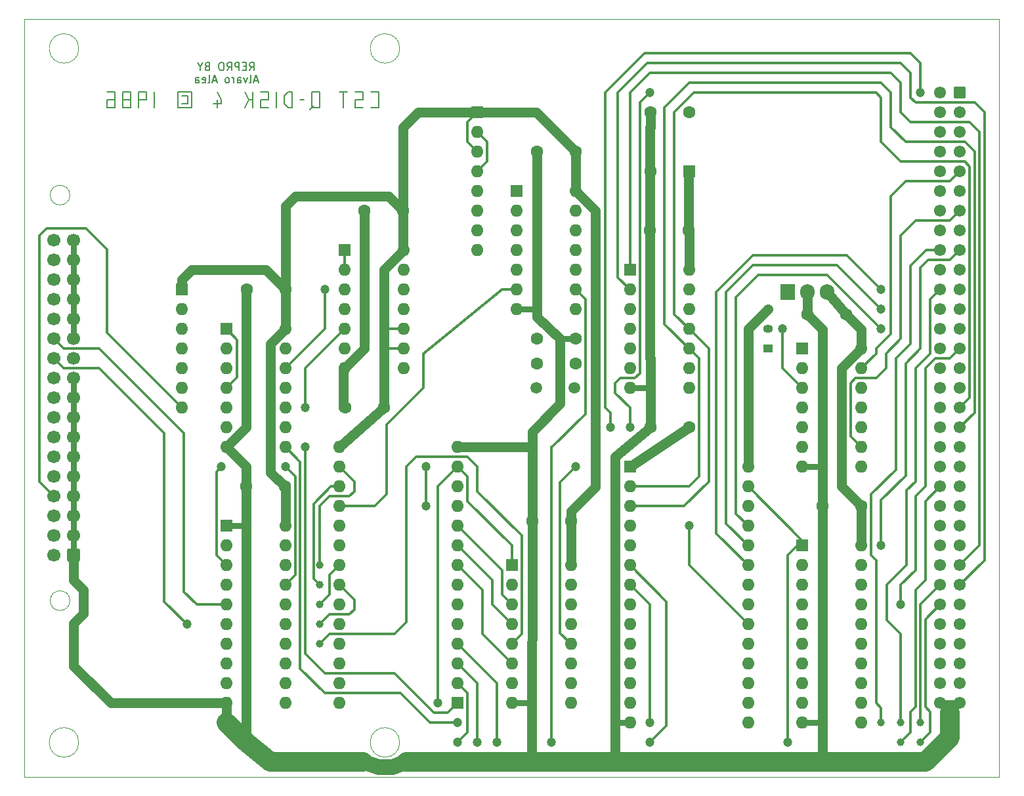
<source format=gbr>
%TF.GenerationSoftware,KiCad,Pcbnew,7.0.5-4d25ed1034~172~ubuntu22.04.1*%
%TF.CreationDate,2023-06-16T17:29:37+02:00*%
%TF.ProjectId,qdisk_v4,71646973-6b5f-4763-942e-6b696361645f,00*%
%TF.SameCoordinates,Original*%
%TF.FileFunction,Copper,L2,Bot*%
%TF.FilePolarity,Positive*%
%FSLAX46Y46*%
G04 Gerber Fmt 4.6, Leading zero omitted, Abs format (unit mm)*
G04 Created by KiCad (PCBNEW 7.0.5-4d25ed1034~172~ubuntu22.04.1) date 2023-06-16 17:29:37*
%MOMM*%
%LPD*%
G01*
G04 APERTURE LIST*
G04 Aperture macros list*
%AMRoundRect*
0 Rectangle with rounded corners*
0 $1 Rounding radius*
0 $2 $3 $4 $5 $6 $7 $8 $9 X,Y pos of 4 corners*
0 Add a 4 corners polygon primitive as box body*
4,1,4,$2,$3,$4,$5,$6,$7,$8,$9,$2,$3,0*
0 Add four circle primitives for the rounded corners*
1,1,$1+$1,$2,$3*
1,1,$1+$1,$4,$5*
1,1,$1+$1,$6,$7*
1,1,$1+$1,$8,$9*
0 Add four rect primitives between the rounded corners*
20,1,$1+$1,$2,$3,$4,$5,0*
20,1,$1+$1,$4,$5,$6,$7,0*
20,1,$1+$1,$6,$7,$8,$9,0*
20,1,$1+$1,$8,$9,$2,$3,0*%
G04 Aperture macros list end*
%TA.AperFunction,NonConductor*%
%ADD10C,0.200000*%
%TD*%
%ADD11C,0.150000*%
%TA.AperFunction,NonConductor*%
%ADD12C,0.150000*%
%TD*%
%TA.AperFunction,ComponentPad*%
%ADD13C,1.550000*%
%TD*%
%TA.AperFunction,ComponentPad*%
%ADD14RoundRect,0.249999X0.525001X-0.525001X0.525001X0.525001X-0.525001X0.525001X-0.525001X-0.525001X0*%
%TD*%
%TA.AperFunction,ComponentPad*%
%ADD15R,1.905000X2.000000*%
%TD*%
%TA.AperFunction,ComponentPad*%
%ADD16O,1.905000X2.000000*%
%TD*%
%TA.AperFunction,ComponentPad*%
%ADD17C,1.600000*%
%TD*%
%TA.AperFunction,ComponentPad*%
%ADD18R,1.600000X1.600000*%
%TD*%
%TA.AperFunction,ComponentPad*%
%ADD19O,1.600000X1.600000*%
%TD*%
%TA.AperFunction,ComponentPad*%
%ADD20C,1.500000*%
%TD*%
%TA.AperFunction,ComponentPad*%
%ADD21RoundRect,0.250000X0.600000X0.600000X-0.600000X0.600000X-0.600000X-0.600000X0.600000X-0.600000X0*%
%TD*%
%TA.AperFunction,ComponentPad*%
%ADD22C,1.700000*%
%TD*%
%TA.AperFunction,ComponentPad*%
%ADD23R,1.300000X1.050000*%
%TD*%
%TA.AperFunction,ComponentPad*%
%ADD24O,1.300000X1.050000*%
%TD*%
%TA.AperFunction,ViaPad*%
%ADD25C,1.200000*%
%TD*%
%TA.AperFunction,ViaPad*%
%ADD26C,1.000000*%
%TD*%
%TA.AperFunction,Conductor*%
%ADD27C,1.270000*%
%TD*%
%TA.AperFunction,Conductor*%
%ADD28C,0.750000*%
%TD*%
%TA.AperFunction,Conductor*%
%ADD29C,2.000000*%
%TD*%
%TA.AperFunction,Conductor*%
%ADD30C,2.540000*%
%TD*%
%TA.AperFunction,Conductor*%
%ADD31C,0.350000*%
%TD*%
%TA.AperFunction,Profile*%
%ADD32C,0.050000*%
%TD*%
G04 APERTURE END LIST*
D10*
X115570000Y-55372000D02*
X114554000Y-55372000D01*
X84582000Y-56388000D02*
X84582000Y-55372000D01*
X105918000Y-56388000D02*
X105410000Y-55880000D01*
X82550000Y-56388000D02*
X83566000Y-56388000D01*
X96774000Y-55372000D02*
X96774000Y-56388000D01*
X106426000Y-56388000D02*
X105918000Y-56388000D01*
X109220000Y-56134000D02*
X108712000Y-56642000D01*
X91694000Y-54356000D02*
X91694000Y-56388000D01*
X105410000Y-55880000D02*
X105410000Y-54864000D01*
X91694000Y-56388000D02*
X93472000Y-56388000D01*
X93472000Y-54356000D02*
X91694000Y-54356000D01*
X117602000Y-54356000D02*
X117602000Y-56388000D01*
X103378000Y-54356000D02*
X103378000Y-55372000D01*
X114554000Y-55372000D02*
X114554000Y-56388000D01*
X113538000Y-54356000D02*
X112522000Y-54356000D01*
X109982000Y-54356000D02*
X109982000Y-56388000D01*
X117602000Y-56388000D02*
X116586000Y-56388000D01*
X86614000Y-54356000D02*
X86614000Y-56388000D01*
X84582000Y-54356000D02*
X85598000Y-54356000D01*
X114554000Y-54356000D02*
X115570000Y-54356000D01*
X83566000Y-56388000D02*
X83566000Y-54356000D01*
X105410000Y-54864000D02*
X105918000Y-54356000D01*
X101346000Y-54356000D02*
X101346000Y-56388000D01*
X97282000Y-55372000D02*
X96774000Y-54356000D01*
X114554000Y-56388000D02*
X115570000Y-56388000D01*
X87630000Y-55372000D02*
X87630000Y-54356000D01*
X104394000Y-54356000D02*
X104394000Y-56388000D01*
X115570000Y-54356000D02*
X115570000Y-55372000D01*
X96266000Y-55880000D02*
X97282000Y-55880000D01*
X97282000Y-55880000D02*
X97282000Y-55372000D01*
X102362000Y-56388000D02*
X103378000Y-56388000D01*
X86614000Y-55372000D02*
X87630000Y-55372000D01*
X83566000Y-55372000D02*
X82550000Y-55372000D01*
X116586000Y-54356000D02*
X117602000Y-54356000D01*
X109982000Y-56388000D02*
X108966000Y-56388000D01*
X85598000Y-55372000D02*
X84582000Y-55372000D01*
X92964000Y-55880000D02*
X92964000Y-54864000D01*
X87630000Y-54356000D02*
X86614000Y-54356000D01*
X85598000Y-54356000D02*
X85598000Y-56388000D01*
X92202000Y-55880000D02*
X92964000Y-55880000D01*
X93472000Y-56388000D02*
X93472000Y-54356000D01*
X100838000Y-55372000D02*
X100330000Y-54356000D01*
X101346000Y-55372000D02*
X100838000Y-55372000D01*
X85598000Y-56388000D02*
X84582000Y-56388000D01*
X100838000Y-55372000D02*
X100330000Y-56388000D01*
X102362000Y-55372000D02*
X102362000Y-56388000D01*
X88646000Y-56388000D02*
X88646000Y-54356000D01*
X107442000Y-55372000D02*
X107950000Y-55372000D01*
X83566000Y-54356000D02*
X82550000Y-54356000D01*
X113030000Y-54356000D02*
X113030000Y-56388000D01*
X105918000Y-54356000D02*
X106426000Y-54356000D01*
X84582000Y-55372000D02*
X84582000Y-54356000D01*
X103378000Y-55372000D02*
X102362000Y-55372000D01*
X92964000Y-54864000D02*
X92202000Y-54864000D01*
X108966000Y-56388000D02*
X108966000Y-54356000D01*
X106426000Y-54356000D02*
X106426000Y-56388000D01*
X82550000Y-55372000D02*
X82550000Y-56388000D01*
X102362000Y-54356000D02*
X103378000Y-54356000D01*
X108966000Y-54356000D02*
X109982000Y-54356000D01*
D11*
D12*
X100893190Y-51592819D02*
X101226523Y-51116628D01*
X101464618Y-51592819D02*
X101464618Y-50592819D01*
X101464618Y-50592819D02*
X101083666Y-50592819D01*
X101083666Y-50592819D02*
X100988428Y-50640438D01*
X100988428Y-50640438D02*
X100940809Y-50688057D01*
X100940809Y-50688057D02*
X100893190Y-50783295D01*
X100893190Y-50783295D02*
X100893190Y-50926152D01*
X100893190Y-50926152D02*
X100940809Y-51021390D01*
X100940809Y-51021390D02*
X100988428Y-51069009D01*
X100988428Y-51069009D02*
X101083666Y-51116628D01*
X101083666Y-51116628D02*
X101464618Y-51116628D01*
X100464618Y-51069009D02*
X100131285Y-51069009D01*
X99988428Y-51592819D02*
X100464618Y-51592819D01*
X100464618Y-51592819D02*
X100464618Y-50592819D01*
X100464618Y-50592819D02*
X99988428Y-50592819D01*
X99559856Y-51592819D02*
X99559856Y-50592819D01*
X99559856Y-50592819D02*
X99178904Y-50592819D01*
X99178904Y-50592819D02*
X99083666Y-50640438D01*
X99083666Y-50640438D02*
X99036047Y-50688057D01*
X99036047Y-50688057D02*
X98988428Y-50783295D01*
X98988428Y-50783295D02*
X98988428Y-50926152D01*
X98988428Y-50926152D02*
X99036047Y-51021390D01*
X99036047Y-51021390D02*
X99083666Y-51069009D01*
X99083666Y-51069009D02*
X99178904Y-51116628D01*
X99178904Y-51116628D02*
X99559856Y-51116628D01*
X97988428Y-51592819D02*
X98321761Y-51116628D01*
X98559856Y-51592819D02*
X98559856Y-50592819D01*
X98559856Y-50592819D02*
X98178904Y-50592819D01*
X98178904Y-50592819D02*
X98083666Y-50640438D01*
X98083666Y-50640438D02*
X98036047Y-50688057D01*
X98036047Y-50688057D02*
X97988428Y-50783295D01*
X97988428Y-50783295D02*
X97988428Y-50926152D01*
X97988428Y-50926152D02*
X98036047Y-51021390D01*
X98036047Y-51021390D02*
X98083666Y-51069009D01*
X98083666Y-51069009D02*
X98178904Y-51116628D01*
X98178904Y-51116628D02*
X98559856Y-51116628D01*
X97369380Y-50592819D02*
X97178904Y-50592819D01*
X97178904Y-50592819D02*
X97083666Y-50640438D01*
X97083666Y-50640438D02*
X96988428Y-50735676D01*
X96988428Y-50735676D02*
X96940809Y-50926152D01*
X96940809Y-50926152D02*
X96940809Y-51259485D01*
X96940809Y-51259485D02*
X96988428Y-51449961D01*
X96988428Y-51449961D02*
X97083666Y-51545200D01*
X97083666Y-51545200D02*
X97178904Y-51592819D01*
X97178904Y-51592819D02*
X97369380Y-51592819D01*
X97369380Y-51592819D02*
X97464618Y-51545200D01*
X97464618Y-51545200D02*
X97559856Y-51449961D01*
X97559856Y-51449961D02*
X97607475Y-51259485D01*
X97607475Y-51259485D02*
X97607475Y-50926152D01*
X97607475Y-50926152D02*
X97559856Y-50735676D01*
X97559856Y-50735676D02*
X97464618Y-50640438D01*
X97464618Y-50640438D02*
X97369380Y-50592819D01*
X95416999Y-51069009D02*
X95274142Y-51116628D01*
X95274142Y-51116628D02*
X95226523Y-51164247D01*
X95226523Y-51164247D02*
X95178904Y-51259485D01*
X95178904Y-51259485D02*
X95178904Y-51402342D01*
X95178904Y-51402342D02*
X95226523Y-51497580D01*
X95226523Y-51497580D02*
X95274142Y-51545200D01*
X95274142Y-51545200D02*
X95369380Y-51592819D01*
X95369380Y-51592819D02*
X95750332Y-51592819D01*
X95750332Y-51592819D02*
X95750332Y-50592819D01*
X95750332Y-50592819D02*
X95416999Y-50592819D01*
X95416999Y-50592819D02*
X95321761Y-50640438D01*
X95321761Y-50640438D02*
X95274142Y-50688057D01*
X95274142Y-50688057D02*
X95226523Y-50783295D01*
X95226523Y-50783295D02*
X95226523Y-50878533D01*
X95226523Y-50878533D02*
X95274142Y-50973771D01*
X95274142Y-50973771D02*
X95321761Y-51021390D01*
X95321761Y-51021390D02*
X95416999Y-51069009D01*
X95416999Y-51069009D02*
X95750332Y-51069009D01*
X94559856Y-51116628D02*
X94559856Y-51592819D01*
X94893189Y-50592819D02*
X94559856Y-51116628D01*
X94559856Y-51116628D02*
X94226523Y-50592819D01*
X101964619Y-52917104D02*
X101488429Y-52917104D01*
X102059857Y-53202819D02*
X101726524Y-52202819D01*
X101726524Y-52202819D02*
X101393191Y-53202819D01*
X100917000Y-53202819D02*
X101012238Y-53155200D01*
X101012238Y-53155200D02*
X101059857Y-53059961D01*
X101059857Y-53059961D02*
X101059857Y-52202819D01*
X100631285Y-52536152D02*
X100393190Y-53202819D01*
X100393190Y-53202819D02*
X100155095Y-52536152D01*
X99345571Y-53202819D02*
X99345571Y-52679009D01*
X99345571Y-52679009D02*
X99393190Y-52583771D01*
X99393190Y-52583771D02*
X99488428Y-52536152D01*
X99488428Y-52536152D02*
X99678904Y-52536152D01*
X99678904Y-52536152D02*
X99774142Y-52583771D01*
X99345571Y-53155200D02*
X99440809Y-53202819D01*
X99440809Y-53202819D02*
X99678904Y-53202819D01*
X99678904Y-53202819D02*
X99774142Y-53155200D01*
X99774142Y-53155200D02*
X99821761Y-53059961D01*
X99821761Y-53059961D02*
X99821761Y-52964723D01*
X99821761Y-52964723D02*
X99774142Y-52869485D01*
X99774142Y-52869485D02*
X99678904Y-52821866D01*
X99678904Y-52821866D02*
X99440809Y-52821866D01*
X99440809Y-52821866D02*
X99345571Y-52774247D01*
X98869380Y-53202819D02*
X98869380Y-52536152D01*
X98869380Y-52726628D02*
X98821761Y-52631390D01*
X98821761Y-52631390D02*
X98774142Y-52583771D01*
X98774142Y-52583771D02*
X98678904Y-52536152D01*
X98678904Y-52536152D02*
X98583666Y-52536152D01*
X98107475Y-53202819D02*
X98202713Y-53155200D01*
X98202713Y-53155200D02*
X98250332Y-53107580D01*
X98250332Y-53107580D02*
X98297951Y-53012342D01*
X98297951Y-53012342D02*
X98297951Y-52726628D01*
X98297951Y-52726628D02*
X98250332Y-52631390D01*
X98250332Y-52631390D02*
X98202713Y-52583771D01*
X98202713Y-52583771D02*
X98107475Y-52536152D01*
X98107475Y-52536152D02*
X97964618Y-52536152D01*
X97964618Y-52536152D02*
X97869380Y-52583771D01*
X97869380Y-52583771D02*
X97821761Y-52631390D01*
X97821761Y-52631390D02*
X97774142Y-52726628D01*
X97774142Y-52726628D02*
X97774142Y-53012342D01*
X97774142Y-53012342D02*
X97821761Y-53107580D01*
X97821761Y-53107580D02*
X97869380Y-53155200D01*
X97869380Y-53155200D02*
X97964618Y-53202819D01*
X97964618Y-53202819D02*
X98107475Y-53202819D01*
X96631284Y-52917104D02*
X96155094Y-52917104D01*
X96726522Y-53202819D02*
X96393189Y-52202819D01*
X96393189Y-52202819D02*
X96059856Y-53202819D01*
X95583665Y-53202819D02*
X95678903Y-53155200D01*
X95678903Y-53155200D02*
X95726522Y-53059961D01*
X95726522Y-53059961D02*
X95726522Y-52202819D01*
X94821760Y-53155200D02*
X94916998Y-53202819D01*
X94916998Y-53202819D02*
X95107474Y-53202819D01*
X95107474Y-53202819D02*
X95202712Y-53155200D01*
X95202712Y-53155200D02*
X95250331Y-53059961D01*
X95250331Y-53059961D02*
X95250331Y-52679009D01*
X95250331Y-52679009D02*
X95202712Y-52583771D01*
X95202712Y-52583771D02*
X95107474Y-52536152D01*
X95107474Y-52536152D02*
X94916998Y-52536152D01*
X94916998Y-52536152D02*
X94821760Y-52583771D01*
X94821760Y-52583771D02*
X94774141Y-52679009D01*
X94774141Y-52679009D02*
X94774141Y-52774247D01*
X94774141Y-52774247D02*
X95250331Y-52869485D01*
X93916998Y-53202819D02*
X93916998Y-52679009D01*
X93916998Y-52679009D02*
X93964617Y-52583771D01*
X93964617Y-52583771D02*
X94059855Y-52536152D01*
X94059855Y-52536152D02*
X94250331Y-52536152D01*
X94250331Y-52536152D02*
X94345569Y-52583771D01*
X93916998Y-53155200D02*
X94012236Y-53202819D01*
X94012236Y-53202819D02*
X94250331Y-53202819D01*
X94250331Y-53202819D02*
X94345569Y-53155200D01*
X94345569Y-53155200D02*
X94393188Y-53059961D01*
X94393188Y-53059961D02*
X94393188Y-52964723D01*
X94393188Y-52964723D02*
X94345569Y-52869485D01*
X94345569Y-52869485D02*
X94250331Y-52821866D01*
X94250331Y-52821866D02*
X94012236Y-52821866D01*
X94012236Y-52821866D02*
X93916998Y-52774247D01*
D13*
%TO.P,J1,b32,GND*%
%TO.N,GND*%
X189992000Y-133223000D03*
%TO.P,J1,b31,D2*%
%TO.N,/Dc2*%
X189992000Y-130683000D03*
%TO.P,J1,b30,D1*%
%TO.N,/Dc1*%
X189992000Y-128143000D03*
%TO.P,J1,b29,D0*%
%TO.N,/Dc0*%
X189992000Y-125603000D03*
%TO.P,J1,b28,~{AS}*%
%TO.N,unconnected-(J1-~{AS}-Padb28)*%
X189992000Y-123063000D03*
%TO.P,J1,b27,~{DS}*%
%TO.N,/DS*%
X189992000Y-120523000D03*
%TO.P,J1,b26,~{DRW}*%
%TO.N,/RW*%
X189992000Y-117983000D03*
%TO.P,J1,b25,~{DTACK}*%
%TO.N,/DTACKL*%
X189992000Y-115443000D03*
%TO.P,J1,b24,~{BG}*%
%TO.N,unconnected-(J1-~{BG}-Padb24)*%
X189992000Y-112903000D03*
%TO.P,J1,b23,~{BR}*%
%TO.N,unconnected-(J1-~{BR}-Padb23)*%
X189992000Y-110363000D03*
%TO.P,J1,b22,A15*%
%TO.N,/A15*%
X189992000Y-107823000D03*
%TO.P,J1,b21,~{RESETCPU}*%
%TO.N,/RESET*%
X189992000Y-105283000D03*
%TO.P,J1,b20,~{CSYNC}*%
%TO.N,unconnected-(J1-~{CSYNC}-Padb20)*%
X189992000Y-102743000D03*
%TO.P,J1,b19,E*%
%TO.N,unconnected-(J1-E-Padb19)*%
X189992000Y-100203000D03*
%TO.P,J1,b18,VSYNCH*%
%TO.N,unconnected-(J1-VSYNCH-Padb18)*%
X189992000Y-97663000D03*
%TO.P,J1,b17,~{VPA}*%
%TO.N,unconnected-(J1-~{VPA}-Padb17)*%
X189992000Y-95123000D03*
%TO.P,J1,b16,GREEN*%
%TO.N,unconnected-(J1-GREEN-Padb16)*%
X189992000Y-92583000D03*
%TO.P,J1,b15,BLUE*%
%TO.N,unconnected-(J1-BLUE-Padb15)*%
X189992000Y-90043000D03*
%TO.P,J1,b14,FC2*%
%TO.N,unconnected-(J1-FC2-Padb14)*%
X189992000Y-87503000D03*
%TO.P,J1,b13,FC1*%
%TO.N,unconnected-(J1-FC1-Padb13)*%
X189992000Y-84963000D03*
%TO.P,J1,b12,FC0*%
%TO.N,unconnected-(J1-FC0-Padb12)*%
X189992000Y-82423000D03*
%TO.P,J1,b11,A0*%
%TO.N,/A0*%
X189992000Y-79883000D03*
%TO.P,J1,b10,ROMOEH*%
%TO.N,unconnected-(J1-ROMOEH-Padb10)*%
X189992000Y-77343000D03*
%TO.P,J1,b9,G9*%
%TO.N,/A1*%
X189992000Y-74803000D03*
%TO.P,J1,b8,A2*%
%TO.N,/A2*%
X189992000Y-72263000D03*
%TO.P,J1,b7,SP3*%
%TO.N,/SP3*%
X189992000Y-69723000D03*
%TO.P,J1,b6,~{IPLO}*%
%TO.N,unconnected-(J1-~{IPLO}-Padb6)*%
X189992000Y-67183000D03*
%TO.P,J1,b5,~{BERR}*%
%TO.N,unconnected-(J1-~{BERR}-Padb5)*%
X189992000Y-64643000D03*
%TO.P,J1,b4,~{IPL1}*%
%TO.N,unconnected-(J1-~{IPL1}-Padb4)*%
X189992000Y-62103000D03*
%TO.P,J1,b3,~{EXTINT}*%
%TO.N,unconnected-(J1-~{EXTINT}-Padb3)*%
X189992000Y-59563000D03*
%TO.P,J1,b2,Vin*%
%TO.N,+9V*%
X189992000Y-57023000D03*
%TO.P,J1,b1,Vin*%
X189992000Y-54483000D03*
%TO.P,J1,a32,GND*%
%TO.N,GND*%
X192532000Y-133223000D03*
%TO.P,J1,a31,D3*%
%TO.N,/Dc3*%
X192532000Y-130683000D03*
%TO.P,J1,a30,D4*%
%TO.N,/Dc4*%
X192532000Y-128143000D03*
%TO.P,J1,a29,D5*%
%TO.N,/Dc5*%
X192532000Y-125603000D03*
%TO.P,J1,a28,D6*%
%TO.N,/Dc6*%
X192532000Y-123063000D03*
%TO.P,J1,a27,D7*%
%TO.N,/Dc7*%
X192532000Y-120523000D03*
%TO.P,J1,a26,A19*%
%TO.N,/A19*%
X192532000Y-117983000D03*
%TO.P,J1,a25,A18*%
%TO.N,/A18*%
X192532000Y-115443000D03*
%TO.P,J1,a24,A17*%
%TO.N,/A17*%
X192532000Y-112903000D03*
%TO.P,J1,a23,A16*%
%TO.N,/A16*%
X192532000Y-110363000D03*
%TO.P,J1,a22,CLKCPU*%
%TO.N,unconnected-(J1-CLKCPU-Pada22)*%
X192532000Y-107823000D03*
%TO.P,J1,a21,RED*%
%TO.N,unconnected-(J1-RED-Pada21)*%
X192532000Y-105283000D03*
%TO.P,J1,a20,A14*%
%TO.N,/A14*%
X192532000Y-102743000D03*
%TO.P,J1,a19,A13*%
%TO.N,/A13*%
X192532000Y-100203000D03*
%TO.P,J1,a18,A12*%
%TO.N,/A12*%
X192532000Y-97663000D03*
%TO.P,J1,a17,A11*%
%TO.N,/A11*%
X192532000Y-95123000D03*
%TO.P,J1,a16,A10*%
%TO.N,/A10*%
X192532000Y-92583000D03*
%TO.P,J1,a15,A9*%
%TO.N,/A9*%
X192532000Y-90043000D03*
%TO.P,J1,a14,A8*%
%TO.N,/A8*%
X192532000Y-87503000D03*
%TO.P,J1,a13,A7*%
%TO.N,/A7*%
X192532000Y-84963000D03*
%TO.P,J1,a12,A6*%
%TO.N,/A6*%
X192532000Y-82423000D03*
%TO.P,J1,a11,A5*%
%TO.N,/A5*%
X192532000Y-79883000D03*
%TO.P,J1,a10,A4*%
%TO.N,/A4*%
X192532000Y-77343000D03*
%TO.P,J1,a9,A3*%
%TO.N,/A3*%
X192532000Y-74803000D03*
%TO.P,J1,a8,~{DBG}*%
%TO.N,unconnected-(J1-~{DBG}-Pada8)*%
X192532000Y-72263000D03*
%TO.P,J1,a7,SP2*%
%TO.N,/SP2*%
X192532000Y-69723000D03*
%TO.P,J1,a6,~{DSMC}*%
%TO.N,/DSMC*%
X192532000Y-67183000D03*
%TO.P,J1,a5,SP1*%
%TO.N,/SP1*%
X192532000Y-64643000D03*
%TO.P,J1,a4,SP0*%
%TO.N,/SP0*%
X192532000Y-62103000D03*
%TO.P,J1,a3,+12V*%
%TO.N,unconnected-(J1-+12V-Pada3)*%
X192532000Y-59563000D03*
%TO.P,J1,a2,-12V*%
%TO.N,unconnected-(J1--12V-Pada2)*%
X192532000Y-57023000D03*
D14*
%TO.P,J1,a1,Vin*%
%TO.N,+9V*%
X192532000Y-54483000D03*
%TD*%
D15*
%TO.P,U1,1,VI*%
%TO.N,+9V*%
X170307000Y-80223000D03*
D16*
%TO.P,U1,2,GND*%
%TO.N,GND*%
X172847000Y-80223000D03*
%TO.P,U1,3,VO*%
%TO.N,+5V*%
X175387000Y-80223000D03*
%TD*%
D17*
%TO.P,C6,1*%
%TO.N,+5V*%
X157607000Y-97663000D03*
%TO.P,C6,2*%
%TO.N,GND*%
X152607000Y-97663000D03*
%TD*%
%TO.P,C3,1*%
%TO.N,+9V*%
X157607000Y-57023000D03*
%TO.P,C3,2*%
%TO.N,GND*%
X152607000Y-57023000D03*
%TD*%
D18*
%TO.P,U9,1,VPP*%
%TO.N,+5V*%
X149987000Y-102743000D03*
D19*
%TO.P,U9,2,A12*%
%TO.N,/A12*%
X149987000Y-105283000D03*
%TO.P,U9,3,A7*%
%TO.N,/A11*%
X149987000Y-107823000D03*
%TO.P,U9,4,A6*%
%TO.N,/A4*%
X149987000Y-110363000D03*
%TO.P,U9,5,A5*%
%TO.N,/A2*%
X149987000Y-112903000D03*
%TO.P,U9,6,A4*%
%TO.N,/A0*%
X149987000Y-115443000D03*
%TO.P,U9,7,A3*%
%TO.N,/A1*%
X149987000Y-117983000D03*
%TO.P,U9,8,A2*%
%TO.N,/A3*%
X149987000Y-120523000D03*
%TO.P,U9,9,A1*%
%TO.N,/A9*%
X149987000Y-123063000D03*
%TO.P,U9,10,A0*%
%TO.N,/A8*%
X149987000Y-125603000D03*
%TO.P,U9,11,D0*%
%TO.N,/D0*%
X149987000Y-128143000D03*
%TO.P,U9,12,D1*%
%TO.N,/D1*%
X149987000Y-130683000D03*
%TO.P,U9,13,D2*%
%TO.N,/D2*%
X149987000Y-133223000D03*
%TO.P,U9,14,GND*%
%TO.N,GND*%
X149987000Y-135763000D03*
%TO.P,U9,15,D3*%
%TO.N,/D3*%
X165227000Y-135763000D03*
%TO.P,U9,16,D4*%
%TO.N,/D4*%
X165227000Y-133223000D03*
%TO.P,U9,17,D5*%
%TO.N,/D5*%
X165227000Y-130683000D03*
%TO.P,U9,18,D6*%
%TO.N,/D6*%
X165227000Y-128143000D03*
%TO.P,U9,19,D7*%
%TO.N,/D7*%
X165227000Y-125603000D03*
%TO.P,U9,20,~{CE}*%
%TO.N,/ROM_CE*%
X165227000Y-123063000D03*
%TO.P,U9,21,A10*%
%TO.N,/A10*%
X165227000Y-120523000D03*
%TO.P,U9,22,~{OE}*%
%TO.N,/ROM_OE*%
X165227000Y-117983000D03*
%TO.P,U9,23,A11*%
%TO.N,/A5*%
X165227000Y-115443000D03*
%TO.P,U9,24,A9*%
%TO.N,/A6*%
X165227000Y-112903000D03*
%TO.P,U9,25,A8*%
%TO.N,/A7*%
X165227000Y-110363000D03*
%TO.P,U9,26,A13*%
%TO.N,/A13*%
X165227000Y-107823000D03*
%TO.P,U9,27,~{PGM}*%
%TO.N,/RW*%
X165227000Y-105283000D03*
%TO.P,U9,28,VCC*%
%TO.N,+5V*%
X165227000Y-102743000D03*
%TD*%
D18*
%TO.P,U5,1,A->B*%
%TO.N,/RW*%
X172197000Y-112908000D03*
D19*
%TO.P,U5,2,A0*%
%TO.N,/D7*%
X172197000Y-115448000D03*
%TO.P,U5,3,A1*%
%TO.N,/D6*%
X172197000Y-117988000D03*
%TO.P,U5,4,A2*%
%TO.N,/D0*%
X172197000Y-120528000D03*
%TO.P,U5,5,A3*%
%TO.N,/D5*%
X172197000Y-123068000D03*
%TO.P,U5,6,A4*%
%TO.N,/D1*%
X172197000Y-125608000D03*
%TO.P,U5,7,A5*%
%TO.N,/D4*%
X172197000Y-128148000D03*
%TO.P,U5,8,A6*%
%TO.N,/D2*%
X172197000Y-130688000D03*
%TO.P,U5,9,A7*%
%TO.N,/D3*%
X172197000Y-133228000D03*
%TO.P,U5,10,GND*%
%TO.N,GND*%
X172197000Y-135768000D03*
%TO.P,U5,11,B7*%
%TO.N,/Dc3*%
X179817000Y-135768000D03*
%TO.P,U5,12,B6*%
%TO.N,/Dc2*%
X179817000Y-133228000D03*
%TO.P,U5,13,B5*%
%TO.N,/Dc4*%
X179817000Y-130688000D03*
%TO.P,U5,14,B4*%
%TO.N,/Dc1*%
X179817000Y-128148000D03*
%TO.P,U5,15,B3*%
%TO.N,/Dc5*%
X179817000Y-125608000D03*
%TO.P,U5,16,B2*%
%TO.N,/Dc0*%
X179817000Y-123068000D03*
%TO.P,U5,17,B1*%
%TO.N,/Dc6*%
X179817000Y-120528000D03*
%TO.P,U5,18,B0*%
%TO.N,/Dc7*%
X179817000Y-117988000D03*
%TO.P,U5,19,CE*%
%TO.N,/ROM_CE*%
X179817000Y-115448000D03*
%TO.P,U5,20,VCC*%
%TO.N,+5V*%
X179817000Y-112908000D03*
%TD*%
D18*
%TO.P,U6,1*%
%TO.N,Net-(RP1-R3.1)*%
X135382000Y-67183000D03*
D19*
%TO.P,U6,2*%
%TO.N,Net-(RP1-R3.2)*%
X135382000Y-69723000D03*
%TO.P,U6,3*%
%TO.N,Net-(RP1-R4.1)*%
X135382000Y-72263000D03*
%TO.P,U6,4*%
%TO.N,Net-(RP1-R4.2)*%
X135382000Y-74803000D03*
%TO.P,U6,5*%
X135382000Y-77343000D03*
%TO.P,U6,6*%
%TO.N,/CLK*%
X135382000Y-79883000D03*
%TO.P,U6,7,GND*%
%TO.N,GND*%
X135382000Y-82423000D03*
%TO.P,U6,8*%
%TO.N,/notDS*%
X143002000Y-82423000D03*
%TO.P,U6,9*%
%TO.N,/DS*%
X143002000Y-79883000D03*
%TO.P,U6,10*%
%TO.N,Net-(U6-Pad10)*%
X143002000Y-77343000D03*
%TO.P,U6,11*%
%TO.N,Net-(U4-Pad4)*%
X143002000Y-74803000D03*
%TO.P,U6,12*%
%TO.N,/ROM_CE*%
X143002000Y-72263000D03*
%TO.P,U6,13*%
%TO.N,/interface_Sel*%
X143002000Y-69723000D03*
%TO.P,U6,14,VCC*%
%TO.N,+5V*%
X143002000Y-67183000D03*
%TD*%
D20*
%TO.P,Y1,1,1*%
%TO.N,Net-(RP1-R4.1)*%
X137922000Y-92553000D03*
%TO.P,Y1,2,2*%
%TO.N,Net-(RP1-R3.2)*%
X142822000Y-92553000D03*
%TD*%
D18*
%TO.P,U8,1,OEa*%
%TO.N,GND*%
X97917000Y-110363000D03*
D19*
%TO.P,U8,2,I0a*%
%TO.N,/FDC_STEP*%
X97917000Y-112903000D03*
%TO.P,U8,3,O3b*%
%TO.N,/HEAD*%
X97917000Y-115443000D03*
%TO.P,U8,4,I1a*%
%TO.N,/FDC_DIR*%
X97917000Y-117983000D03*
%TO.P,U8,5,O2b*%
%TO.N,/GATE_WR*%
X97917000Y-120523000D03*
%TO.P,U8,6,I2a*%
%TO.N,/FDC_WD*%
X97917000Y-123063000D03*
%TO.P,U8,7,O1b*%
%TO.N,/MOTOR_ON*%
X97917000Y-125603000D03*
%TO.P,U8,8,I3a*%
%TO.N,/iDS_0*%
X97917000Y-128143000D03*
%TO.P,U8,9,O0b*%
%TO.N,/DS1*%
X97917000Y-130683000D03*
%TO.P,U8,10,GND*%
%TO.N,GND*%
X97917000Y-133223000D03*
%TO.P,U8,11,I0b*%
%TO.N,/iDS_1*%
X105537000Y-133223000D03*
%TO.P,U8,12,O3a*%
%TO.N,/DS0*%
X105537000Y-130683000D03*
%TO.P,U8,13,I1b*%
%TO.N,/iMOT*%
X105537000Y-128143000D03*
%TO.P,U8,14,O2a*%
%TO.N,/DATA_WR*%
X105537000Y-125603000D03*
%TO.P,U8,15,I2b*%
%TO.N,/FDC_WG*%
X105537000Y-123063000D03*
%TO.P,U8,16,O1a*%
%TO.N,/DIR*%
X105537000Y-120523000D03*
%TO.P,U8,17,I3b*%
%TO.N,/iHD*%
X105537000Y-117983000D03*
%TO.P,U8,18,O0a*%
%TO.N,/STEP*%
X105537000Y-115443000D03*
%TO.P,U8,19,OEb*%
%TO.N,GND*%
X105537000Y-112903000D03*
%TO.P,U8,20,VCC*%
%TO.N,+5V*%
X105537000Y-110363000D03*
%TD*%
D21*
%TO.P,J2,1,Pin_1*%
%TO.N,GND*%
X78232000Y-114173000D03*
D22*
%TO.P,J2,2,Pin_2*%
%TO.N,unconnected-(J2-Pin_2-Pad2)*%
X75692000Y-114173000D03*
%TO.P,J2,3,Pin_3*%
%TO.N,GND*%
X78232000Y-111633000D03*
%TO.P,J2,4,Pin_4*%
%TO.N,unconnected-(J2-Pin_4-Pad4)*%
X75692000Y-111633000D03*
%TO.P,J2,5,Pin_5*%
%TO.N,GND*%
X78232000Y-109093000D03*
%TO.P,J2,6,Pin_6*%
%TO.N,unconnected-(J2-Pin_6-Pad6)*%
X75692000Y-109093000D03*
%TO.P,J2,7,Pin_7*%
%TO.N,GND*%
X78232000Y-106553000D03*
%TO.P,J2,8,Pin_8*%
%TO.N,/INDEX*%
X75692000Y-106553000D03*
%TO.P,J2,9,Pin_9*%
%TO.N,GND*%
X78232000Y-104013000D03*
%TO.P,J2,10,Pin_10*%
%TO.N,/DS0*%
X75692000Y-104013000D03*
%TO.P,J2,11,Pin_11*%
%TO.N,GND*%
X78232000Y-101473000D03*
%TO.P,J2,12,Pin_12*%
%TO.N,/DS1*%
X75692000Y-101473000D03*
%TO.P,J2,13,Pin_13*%
%TO.N,GND*%
X78232000Y-98933000D03*
%TO.P,J2,14,Pin_14*%
%TO.N,/DS2*%
X75692000Y-98933000D03*
%TO.P,J2,15,Pin_15*%
%TO.N,GND*%
X78232000Y-96393000D03*
%TO.P,J2,16,Pin_16*%
%TO.N,/MOTOR_ON*%
X75692000Y-96393000D03*
%TO.P,J2,17,Pin_17*%
%TO.N,GND*%
X78232000Y-93853000D03*
%TO.P,J2,18,Pin_18*%
%TO.N,/DIR*%
X75692000Y-93853000D03*
%TO.P,J2,19,Pin_19*%
%TO.N,GND*%
X78232000Y-91313000D03*
%TO.P,J2,20,Pin_20*%
%TO.N,/STEP*%
X75692000Y-91313000D03*
%TO.P,J2,21,Pin_21*%
%TO.N,GND*%
X78232000Y-88773000D03*
%TO.P,J2,22,Pin_22*%
%TO.N,/DATA_WR*%
X75692000Y-88773000D03*
%TO.P,J2,23,Pin_23*%
%TO.N,GND*%
X78232000Y-86233000D03*
%TO.P,J2,24,Pin_24*%
%TO.N,/GATE_WR*%
X75692000Y-86233000D03*
%TO.P,J2,25,Pin_25*%
%TO.N,GND*%
X78232000Y-83693000D03*
%TO.P,J2,26,Pin_26*%
%TO.N,/TRACK_0*%
X75692000Y-83693000D03*
%TO.P,J2,27,Pin_27*%
%TO.N,GND*%
X78232000Y-81153000D03*
%TO.P,J2,28,Pin_28*%
%TO.N,/WRITE_PROT*%
X75692000Y-81153000D03*
%TO.P,J2,29,Pin_29*%
%TO.N,GND*%
X78232000Y-78613000D03*
%TO.P,J2,30,Pin_30*%
%TO.N,/DATA_RD*%
X75692000Y-78613000D03*
%TO.P,J2,31,Pin_31*%
%TO.N,GND*%
X78232000Y-76073000D03*
%TO.P,J2,32,Pin_32*%
%TO.N,/HEAD*%
X75692000Y-76073000D03*
%TO.P,J2,33,Pin_33*%
%TO.N,GND*%
X78232000Y-73533000D03*
%TO.P,J2,34,Pin_34*%
%TO.N,unconnected-(J2-Pin_34-Pad34)*%
X75692000Y-73533000D03*
%TD*%
D17*
%TO.P,C5,1*%
%TO.N,+5V*%
X157567000Y-72263000D03*
%TO.P,C5,2*%
%TO.N,GND*%
X152567000Y-72263000D03*
%TD*%
%TO.P,C12,1*%
%TO.N,+5V*%
X118237000Y-95123000D03*
%TO.P,C12,2*%
%TO.N,GND*%
X113237000Y-95123000D03*
%TD*%
D18*
%TO.P,U4,1*%
%TO.N,/A18*%
X149987000Y-77343000D03*
D19*
%TO.P,U4,2*%
%TO.N,/A19*%
X149987000Y-79883000D03*
%TO.P,U4,3*%
%TO.N,/interface_Sel*%
X149987000Y-82423000D03*
%TO.P,U4,4*%
%TO.N,Net-(U4-Pad4)*%
X149987000Y-84963000D03*
%TO.P,U4,5*%
%TO.N,/notDS*%
X149987000Y-87503000D03*
%TO.P,U4,6*%
%TO.N,/NOSE_6*%
X149987000Y-90043000D03*
%TO.P,U4,7,GND*%
%TO.N,GND*%
X149987000Y-92583000D03*
%TO.P,U4,8*%
%TO.N,Net-(U4-Pad4)*%
X157607000Y-92583000D03*
%TO.P,U4,9*%
%TO.N,/A13*%
X157607000Y-90043000D03*
%TO.P,U4,10*%
%TO.N,/A12*%
X157607000Y-87503000D03*
%TO.P,U4,11*%
%TO.N,/A11*%
X157607000Y-84963000D03*
%TO.P,U4,12*%
%TO.N,/interface_Sel*%
X157607000Y-82423000D03*
%TO.P,U4,13*%
%TO.N,/XOR_PULLUP*%
X157607000Y-79883000D03*
%TO.P,U4,14,VCC*%
%TO.N,+5V*%
X157607000Y-77343000D03*
%TD*%
D18*
%TO.P,U10,1,~{CS}*%
%TO.N,/FDCON_CS*%
X127762000Y-133223000D03*
D19*
%TO.P,U10,2,R/~{W}*%
%TO.N,/RW*%
X127762000Y-130683000D03*
%TO.P,U10,3,A0*%
%TO.N,/A1*%
X127762000Y-128143000D03*
%TO.P,U10,4,A1*%
%TO.N,/A0*%
X127762000Y-125603000D03*
%TO.P,U10,5,DI0*%
%TO.N,/D0*%
X127762000Y-123063000D03*
%TO.P,U10,6,DI1*%
%TO.N,/D1*%
X127762000Y-120523000D03*
%TO.P,U10,7,DI2*%
%TO.N,/D2*%
X127762000Y-117983000D03*
%TO.P,U10,8,DI3*%
%TO.N,/D3*%
X127762000Y-115443000D03*
%TO.P,U10,9,DI4*%
%TO.N,/D4*%
X127762000Y-112903000D03*
%TO.P,U10,10,DI5*%
%TO.N,/D5*%
X127762000Y-110363000D03*
%TO.P,U10,11,DI6*%
%TO.N,/D6*%
X127762000Y-107823000D03*
%TO.P,U10,12,DI7*%
%TO.N,/D7*%
X127762000Y-105283000D03*
%TO.P,U10,13,~{MR}*%
%TO.N,/RESET*%
X127762000Y-102743000D03*
%TO.P,U10,14,GND*%
%TO.N,GND*%
X127762000Y-100203000D03*
%TO.P,U10,15,VCC*%
%TO.N,+5V*%
X112522000Y-100203000D03*
%TO.P,U10,16,STEP*%
%TO.N,/FDC_STEP*%
X112522000Y-102743000D03*
%TO.P,U10,17,DIRC*%
%TO.N,/FDC_DIR*%
X112522000Y-105283000D03*
%TO.P,U10,18,CLK*%
%TO.N,/CLK*%
X112522000Y-107823000D03*
%TO.P,U10,19,~{RD}*%
%TO.N,/DATA_RD*%
X112522000Y-110363000D03*
%TO.P,U10,20,MOTOR*%
%TO.N,unconnected-(U10-MOTOR-Pad20)*%
X112522000Y-112903000D03*
%TO.P,U10,21,WG*%
%TO.N,/FDC_WG*%
X112522000Y-115443000D03*
%TO.P,U10,22,WD*%
%TO.N,/FDC_WD*%
X112522000Y-117983000D03*
%TO.P,U10,23,~{TR00}*%
%TO.N,/TRACK_0*%
X112522000Y-120523000D03*
%TO.P,U10,24,~{IP}*%
%TO.N,/INDEX*%
X112522000Y-123063000D03*
%TO.P,U10,25,~{WPRT}*%
%TO.N,/WRITE_PROT*%
X112522000Y-125603000D03*
%TO.P,U10,26,~{DDEN}*%
%TO.N,/FDCON_DEN*%
X112522000Y-128143000D03*
%TO.P,U10,27,DRQ*%
%TO.N,unconnected-(U10-DRQ-Pad27)*%
X112522000Y-130683000D03*
%TO.P,U10,28,INTRQ*%
%TO.N,unconnected-(U10-INTRQ-Pad28)*%
X112522000Y-133223000D03*
%TD*%
D18*
%TO.P,C4,1*%
%TO.N,+5V*%
X157607000Y-64643000D03*
D17*
%TO.P,C4,2*%
%TO.N,GND*%
X152607000Y-64643000D03*
%TD*%
%TO.P,C14,1*%
%TO.N,+5V*%
X105457000Y-105283000D03*
%TO.P,C14,2*%
%TO.N,GND*%
X100457000Y-105283000D03*
%TD*%
D18*
%TO.P,RP1,1,R1.1*%
%TO.N,+5V*%
X130302000Y-57023000D03*
D19*
%TO.P,RP1,2,R1.2*%
%TO.N,/interface_Sel*%
X130302000Y-59563000D03*
%TO.P,RP1,3,R2.1*%
%TO.N,+5V*%
X130302000Y-62103000D03*
%TO.P,RP1,4,R2.2*%
%TO.N,/interface_Sel*%
X130302000Y-64643000D03*
%TO.P,RP1,5,R3.1*%
%TO.N,Net-(RP1-R3.1)*%
X130302000Y-67183000D03*
%TO.P,RP1,6,R3.2*%
%TO.N,Net-(RP1-R3.2)*%
X130302000Y-69723000D03*
%TO.P,RP1,7,R4.1*%
%TO.N,Net-(RP1-R4.1)*%
X130302000Y-72263000D03*
%TO.P,RP1,8,R4.2*%
%TO.N,Net-(RP1-R4.2)*%
X130302000Y-74803000D03*
%TD*%
D17*
%TO.P,C8,1*%
%TO.N,Net-(RP1-R4.2)*%
X138002000Y-86233000D03*
%TO.P,C8,2*%
%TO.N,GND*%
X143002000Y-86233000D03*
%TD*%
D18*
%TO.P,RP2,1,common*%
%TO.N,+5V*%
X92202000Y-79883000D03*
D19*
%TO.P,RP2,2,R1*%
%TO.N,/XOR_PULLUP*%
X92202000Y-82423000D03*
%TO.P,RP2,3,R2*%
%TO.N,/A3N_PULLUP*%
X92202000Y-84963000D03*
%TO.P,RP2,4,R3*%
%TO.N,/DATA_RD*%
X92202000Y-87503000D03*
%TO.P,RP2,5,R4*%
%TO.N,/WRITE_PROT*%
X92202000Y-90043000D03*
%TO.P,RP2,6,R5*%
%TO.N,/TRACK_0*%
X92202000Y-92583000D03*
%TO.P,RP2,7,R6*%
%TO.N,/INDEX*%
X92202000Y-95123000D03*
%TD*%
D17*
%TO.P,C2,1*%
%TO.N,+5V*%
X179832000Y-107823000D03*
%TO.P,C2,2*%
%TO.N,GND*%
X174832000Y-107823000D03*
%TD*%
%TO.P,C1,1*%
%TO.N,+5V*%
X177887000Y-83058000D03*
%TO.P,C1,2*%
%TO.N,GND*%
X172887000Y-83058000D03*
%TD*%
D18*
%TO.P,U7,1*%
%TO.N,/NOSE_6*%
X97917000Y-84958000D03*
D19*
%TO.P,U7,2*%
%TO.N,/A3N_PULLUP*%
X97917000Y-87498000D03*
%TO.P,U7,3*%
%TO.N,/FDCON_CS*%
X97917000Y-90038000D03*
%TO.P,U7,4*%
%TO.N,/NOSE_6*%
X97917000Y-92578000D03*
%TO.P,U7,5*%
%TO.N,/A3*%
X97917000Y-95118000D03*
%TO.P,U7,6*%
%TO.N,Net-(U7-Pad10)*%
X97917000Y-97658000D03*
%TO.P,U7,7,GND*%
%TO.N,GND*%
X97917000Y-100198000D03*
%TO.P,U7,8*%
%TO.N,/FDSET_CS*%
X105537000Y-100198000D03*
%TO.P,U7,9*%
%TO.N,Net-(U7-Pad10)*%
X105537000Y-97658000D03*
%TO.P,U7,10*%
X105537000Y-95118000D03*
%TO.P,U7,11*%
%TO.N,/ROM_OE*%
X105537000Y-92578000D03*
%TO.P,U7,12*%
%TO.N,Net-(U6-Pad10)*%
X105537000Y-90038000D03*
%TO.P,U7,13*%
%TO.N,/interface_Sel*%
X105537000Y-87498000D03*
%TO.P,U7,14,VCC*%
%TO.N,+5V*%
X105537000Y-84958000D03*
%TD*%
D17*
%TO.P,C10,1*%
%TO.N,+5V*%
X142367000Y-109728000D03*
%TO.P,C10,2*%
%TO.N,GND*%
X137367000Y-109728000D03*
%TD*%
D23*
%TO.P,Q1,1,E*%
%TO.N,/DSMC*%
X167767000Y-87503000D03*
D24*
%TO.P,Q1,2,B*%
%TO.N,/interface_Sel*%
X167767000Y-84963000D03*
%TO.P,Q1,3,C*%
%TO.N,+5V*%
X167767000Y-82423000D03*
%TD*%
D17*
%TO.P,C9,1*%
%TO.N,Net-(RP1-R4.2)*%
X138002000Y-89408000D03*
%TO.P,C9,2*%
%TO.N,Net-(RP1-R3.1)*%
X143002000Y-89408000D03*
%TD*%
D18*
%TO.P,U3,1*%
%TO.N,+5V*%
X113157000Y-74803000D03*
D19*
%TO.P,U3,2*%
X113157000Y-77343000D03*
%TO.P,U3,3*%
%TO.N,unconnected-(U3-Pad3)*%
X113157000Y-79883000D03*
%TO.P,U3,4*%
%TO.N,/A3*%
X113157000Y-82423000D03*
%TO.P,U3,5*%
X113157000Y-84963000D03*
%TO.P,U3,6*%
%TO.N,/A3N_PULLUP*%
X113157000Y-87503000D03*
%TO.P,U3,7,GND*%
%TO.N,GND*%
X113157000Y-90043000D03*
%TO.P,U3,8*%
%TO.N,unconnected-(U3-Pad8)*%
X120777000Y-90043000D03*
%TO.P,U3,9*%
%TO.N,+5V*%
X120777000Y-87503000D03*
%TO.P,U3,10*%
X120777000Y-84963000D03*
%TO.P,U3,11*%
%TO.N,/DTACKL*%
X120777000Y-82423000D03*
%TO.P,U3,12*%
%TO.N,/notDS*%
X120777000Y-79883000D03*
%TO.P,U3,13*%
%TO.N,/interface_Sel*%
X120777000Y-77343000D03*
%TO.P,U3,14,VCC*%
%TO.N,+5V*%
X120777000Y-74803000D03*
%TD*%
D17*
%TO.P,C11,1*%
%TO.N,+5V*%
X120737000Y-69723000D03*
%TO.P,C11,2*%
%TO.N,GND*%
X115737000Y-69723000D03*
%TD*%
%TO.P,C7,1*%
%TO.N,+5V*%
X143002000Y-62103000D03*
%TO.P,C7,2*%
%TO.N,GND*%
X138002000Y-62103000D03*
%TD*%
D18*
%TO.P,U11,1,~{Mr}*%
%TO.N,/RESET*%
X134747000Y-115443000D03*
D19*
%TO.P,U11,2,Q0*%
%TO.N,unconnected-(U11-Q0-Pad2)*%
X134747000Y-117983000D03*
%TO.P,U11,3,D0*%
%TO.N,/D5*%
X134747000Y-120523000D03*
%TO.P,U11,4,D1*%
%TO.N,/D4*%
X134747000Y-123063000D03*
%TO.P,U11,5,Q1*%
%TO.N,/iMOT*%
X134747000Y-125603000D03*
%TO.P,U11,6,D2*%
%TO.N,/D3*%
X134747000Y-128143000D03*
%TO.P,U11,7,Q2*%
%TO.N,/FDCON_DEN*%
X134747000Y-130683000D03*
%TO.P,U11,8,GND*%
%TO.N,GND*%
X134747000Y-133223000D03*
%TO.P,U11,9,Cp*%
%TO.N,/FDSET_CS*%
X142367000Y-133223000D03*
%TO.P,U11,10,Q3*%
%TO.N,/iDS_1*%
X142367000Y-130683000D03*
%TO.P,U11,11,D3*%
%TO.N,/D2*%
X142367000Y-128143000D03*
%TO.P,U11,12,Q4*%
%TO.N,/iDS_0*%
X142367000Y-125603000D03*
%TO.P,U11,13,D4*%
%TO.N,/D1*%
X142367000Y-123063000D03*
%TO.P,U11,14,D5*%
%TO.N,/D0*%
X142367000Y-120523000D03*
%TO.P,U11,15,Q5*%
%TO.N,/iHD*%
X142367000Y-117983000D03*
%TO.P,U11,16,VCC*%
%TO.N,+5V*%
X142367000Y-115443000D03*
%TD*%
D17*
%TO.P,C13,1*%
%TO.N,+5V*%
X105537000Y-79883000D03*
%TO.P,C13,2*%
%TO.N,GND*%
X100537000Y-79883000D03*
%TD*%
D18*
%TO.P,U2,1*%
%TO.N,/SP0*%
X172212000Y-87503000D03*
D19*
%TO.P,U2,2*%
%TO.N,/A14*%
X172212000Y-90043000D03*
%TO.P,U2,3*%
%TO.N,/XOR_PULLUP*%
X172212000Y-92583000D03*
%TO.P,U2,4*%
X172212000Y-95123000D03*
%TO.P,U2,5*%
%TO.N,/SP3*%
X172212000Y-97663000D03*
%TO.P,U2,6*%
%TO.N,/A17*%
X172212000Y-100203000D03*
%TO.P,U2,7,GND*%
%TO.N,GND*%
X172212000Y-102743000D03*
%TO.P,U2,8*%
%TO.N,/A16*%
X179832000Y-102743000D03*
%TO.P,U2,9*%
%TO.N,/SP2*%
X179832000Y-100203000D03*
%TO.P,U2,10*%
%TO.N,/XOR_PULLUP*%
X179832000Y-97663000D03*
%TO.P,U2,11*%
X179832000Y-95123000D03*
%TO.P,U2,12*%
%TO.N,/A15*%
X179832000Y-92583000D03*
%TO.P,U2,13*%
%TO.N,/SP1*%
X179832000Y-90043000D03*
%TO.P,U2,14,VCC*%
%TO.N,+5V*%
X179832000Y-87503000D03*
%TD*%
D25*
%TO.N,/A3*%
X108077000Y-95123000D03*
X182372000Y-112903000D03*
%TO.N,/A4*%
X152527000Y-54483000D03*
X149987000Y-97663000D03*
%TO.N,/A5*%
X182372000Y-79883000D03*
%TO.N,/A6*%
X182372000Y-82423000D03*
%TO.N,/A7*%
X182372000Y-84963000D03*
%TO.N,/A8*%
X184912000Y-120523000D03*
%TO.N,/A2*%
X187452000Y-54483000D03*
X147447000Y-97663000D03*
D26*
%TO.N,/A1*%
X182372000Y-135763000D03*
D25*
X152527000Y-135763000D03*
X130302000Y-138303000D03*
%TO.N,/A0*%
X152527000Y-138303000D03*
D26*
X184912000Y-135763000D03*
D25*
X132842000Y-138303000D03*
D26*
%TO.N,/RESET*%
X184912000Y-138303000D03*
D25*
X125222000Y-133223000D03*
%TO.N,/RW*%
X170307000Y-138303000D03*
D26*
X187452000Y-135763000D03*
D25*
X127762000Y-138303000D03*
D26*
%TO.N,/DS*%
X187452000Y-138303000D03*
D25*
X139827000Y-138303000D03*
%TO.N,/DATA_WR*%
X92837000Y-123063000D03*
%TO.N,/HEAD*%
X97282000Y-102743000D03*
%TO.N,/FDCON_CS*%
X108077000Y-100203000D03*
%TO.N,/FDSET_CS*%
X127762000Y-135763000D03*
%TO.N,/ROM_CE*%
X157607000Y-110363000D03*
%TO.N,/XOR_PULLUP*%
X169672000Y-84963000D03*
%TO.N,Net-(U6-Pad10)*%
X110617000Y-79883000D03*
D26*
%TO.N,/FDC_STEP*%
X109982000Y-115443000D03*
%TO.N,/FDC_DIR*%
X109982000Y-117983000D03*
%TO.N,/FDC_WD*%
X109982000Y-123063000D03*
%TO.N,/FDC_WG*%
X109982000Y-120523000D03*
%TO.N,/iMOT*%
X109982000Y-125603000D03*
D25*
%TO.N,/iHD*%
X123698000Y-107823000D03*
X105537000Y-102743000D03*
X123698000Y-102743000D03*
%TO.N,/iDS_0*%
X143002000Y-102743000D03*
%TD*%
D27*
%TO.N,GND*%
X78232000Y-114173000D02*
X78232000Y-117348000D01*
X78232000Y-117348000D02*
X79502000Y-118618000D01*
X79502000Y-118618000D02*
X79502000Y-121666000D01*
X79502000Y-121666000D02*
X78232000Y-122936000D01*
X78232000Y-122936000D02*
X78232000Y-128460500D01*
X78232000Y-128460500D02*
X82994500Y-133223000D01*
X82994500Y-133223000D02*
X97917000Y-133223000D01*
D28*
X134747000Y-133223000D02*
X137367000Y-133223000D01*
D29*
X117602000Y-141507558D02*
X119380000Y-141507558D01*
D27*
X174832000Y-85003000D02*
X172887000Y-83058000D01*
X138002000Y-80518000D02*
X138002000Y-82503000D01*
D28*
X152567000Y-88733000D02*
X152607000Y-88773000D01*
D27*
X100457000Y-105283000D02*
X100457000Y-102738000D01*
X152567000Y-58968000D02*
X152567000Y-72263000D01*
D30*
X188087000Y-140843000D02*
X191262000Y-137668000D01*
D28*
X191262000Y-133223000D02*
X192532000Y-133223000D01*
X174832000Y-102823000D02*
X174832000Y-104728000D01*
X174752000Y-102743000D02*
X174832000Y-102823000D01*
D30*
X115570000Y-140843000D02*
X103632000Y-140843000D01*
D28*
X115697000Y-87503000D02*
X115737000Y-87503000D01*
D27*
X100457000Y-97658000D02*
X97917000Y-100198000D01*
D28*
X152607000Y-58928000D02*
X152567000Y-58968000D01*
X174747000Y-135768000D02*
X174832000Y-135683000D01*
X78232000Y-73533000D02*
X78232000Y-86233000D01*
D27*
X137367000Y-100838000D02*
X137367000Y-109728000D01*
X140970000Y-94615000D02*
X140970000Y-86233000D01*
X100457000Y-105283000D02*
X100457000Y-138303000D01*
D28*
X78232000Y-114173000D02*
X78232000Y-91313000D01*
D27*
X152607000Y-97663000D02*
X152607000Y-88773000D01*
D30*
X103632000Y-140843000D02*
X100457000Y-138303000D01*
D28*
X172197000Y-135768000D02*
X174747000Y-135768000D01*
D27*
X97917000Y-133223000D02*
X97917000Y-135763000D01*
X138002000Y-83439000D02*
X140970000Y-86233000D01*
X138002000Y-62103000D02*
X138002000Y-80518000D01*
D28*
X143002000Y-86233000D02*
X140970000Y-86233000D01*
D30*
X121158000Y-140843000D02*
X188087000Y-140843000D01*
D27*
X137367000Y-109728000D02*
X137287000Y-140843000D01*
X113157000Y-90043000D02*
X115697000Y-87503000D01*
X172887000Y-83058000D02*
X172887000Y-80263000D01*
X152567000Y-72263000D02*
X152567000Y-88733000D01*
D28*
X149987000Y-92583000D02*
X152607000Y-92583000D01*
D30*
X191262000Y-137668000D02*
X191262000Y-134493000D01*
D27*
X137367000Y-100838000D02*
X137367000Y-98218000D01*
D28*
X148082000Y-135763000D02*
X149987000Y-135763000D01*
D29*
X119380000Y-141507558D02*
X121158000Y-140843000D01*
D27*
X174832000Y-107823000D02*
X174832000Y-135683000D01*
X152607000Y-58928000D02*
X152607000Y-57023000D01*
X148082000Y-140843000D02*
X148082000Y-101473000D01*
D28*
X137367000Y-100283000D02*
X137367000Y-100838000D01*
D27*
X138002000Y-80518000D02*
X138002000Y-83439000D01*
X174832000Y-104728000D02*
X174832000Y-107823000D01*
X172887000Y-82423000D02*
X172887000Y-80263000D01*
X127762000Y-100203000D02*
X137287000Y-100203000D01*
X113030000Y-90043000D02*
X113030000Y-95123000D01*
D28*
X97917000Y-110363000D02*
X99822000Y-110363000D01*
X135382000Y-82423000D02*
X137922000Y-82423000D01*
D27*
X174832000Y-104728000D02*
X174832000Y-85003000D01*
X174832000Y-135683000D02*
X174832000Y-140843000D01*
D28*
X172212000Y-102743000D02*
X174752000Y-102743000D01*
D27*
X137367000Y-98218000D02*
X140970000Y-94615000D01*
D28*
X189992000Y-133223000D02*
X191262000Y-133223000D01*
D27*
X100457000Y-97658000D02*
X100457000Y-79883000D01*
D28*
X137287000Y-100203000D02*
X137367000Y-100283000D01*
D27*
X148082000Y-101473000D02*
X152607000Y-97663000D01*
X115737000Y-69723000D02*
X115737000Y-87503000D01*
D28*
X137922000Y-82423000D02*
X138002000Y-82503000D01*
D27*
X100457000Y-102738000D02*
X97917000Y-100198000D01*
D30*
X97917000Y-135763000D02*
X100457000Y-138303000D01*
D29*
X115570000Y-140843000D02*
X117602000Y-141507558D01*
D31*
%TO.N,/SP1*%
X185547000Y-65913000D02*
X183642000Y-67818000D01*
X192532000Y-64643000D02*
X191262000Y-65913000D01*
X183642000Y-67818000D02*
X183642000Y-85598000D01*
X183642000Y-85598000D02*
X181737000Y-87503000D01*
X181737000Y-87503000D02*
X181737000Y-88138000D01*
X181737000Y-88138000D02*
X179832000Y-90043000D01*
X191262000Y-65913000D02*
X185547000Y-65913000D01*
%TO.N,/SP2*%
X191262000Y-70993000D02*
X186817000Y-70993000D01*
X178435000Y-98806000D02*
X179832000Y-100203000D01*
X184912000Y-86233000D02*
X183007000Y-88138000D01*
X183007000Y-90043000D02*
X181737000Y-91313000D01*
X186817000Y-70993000D02*
X184912000Y-72898000D01*
X192532000Y-69723000D02*
X191262000Y-70993000D01*
X178435000Y-98806000D02*
X178435000Y-91948000D01*
X181737000Y-91313000D02*
X179070000Y-91313000D01*
X184912000Y-72898000D02*
X184912000Y-86233000D01*
X178435000Y-91948000D02*
X179070000Y-91313000D01*
X183007000Y-88138000D02*
X183007000Y-90043000D01*
%TO.N,/A3*%
X108077000Y-90043000D02*
X113157000Y-84963000D01*
X191262000Y-76073000D02*
X192532000Y-74803000D01*
X108077000Y-95123000D02*
X108077000Y-90043000D01*
X185547000Y-103886000D02*
X185547000Y-89408000D01*
X187452000Y-77089000D02*
X188468000Y-76073000D01*
X188468000Y-76073000D02*
X191262000Y-76073000D01*
X185547000Y-89408000D02*
X187452000Y-87503000D01*
X182372000Y-107061000D02*
X185547000Y-103886000D01*
X182372000Y-112903000D02*
X182372000Y-107061000D01*
X187452000Y-87503000D02*
X187452000Y-77089000D01*
%TO.N,/A4*%
X151257000Y-55753000D02*
X152527000Y-54483000D01*
X149987000Y-95123000D02*
X148082000Y-93218000D01*
X148717000Y-91313000D02*
X150622000Y-91313000D01*
X151257000Y-90678000D02*
X151257000Y-55753000D01*
X148082000Y-93218000D02*
X148082000Y-91948000D01*
X150622000Y-91313000D02*
X151257000Y-90678000D01*
X148082000Y-91948000D02*
X148717000Y-91313000D01*
X149987000Y-97663000D02*
X149987000Y-95123000D01*
%TO.N,/A5*%
X161099500Y-80200500D02*
X165862000Y-75438000D01*
X161099500Y-111315500D02*
X161099500Y-80200500D01*
X161099500Y-111315500D02*
X165227000Y-115443000D01*
X165862000Y-75438000D02*
X177927000Y-75438000D01*
X177927000Y-75438000D02*
X182372000Y-79883000D01*
%TO.N,/A6*%
X176657000Y-76708000D02*
X182372000Y-82423000D01*
X162369500Y-110045500D02*
X165227000Y-112903000D01*
X165862000Y-76708000D02*
X176657000Y-76708000D01*
X162369500Y-110045500D02*
X162369500Y-80200500D01*
X162369500Y-80200500D02*
X165862000Y-76708000D01*
%TO.N,/A7*%
X165227000Y-110363000D02*
X163639500Y-108775500D01*
X175387000Y-77978000D02*
X182372000Y-84963000D01*
X163639500Y-80835500D02*
X166497000Y-77978000D01*
X163639500Y-108775500D02*
X163639500Y-80835500D01*
X166497000Y-77978000D02*
X175387000Y-77978000D01*
%TO.N,/A8*%
X192532000Y-87503000D02*
X191262000Y-88773000D01*
X191262000Y-88773000D02*
X189357000Y-88773000D01*
X186817000Y-116078000D02*
X184912000Y-117983000D01*
X188087000Y-105283000D02*
X186817000Y-106553000D01*
X186817000Y-106553000D02*
X186817000Y-116078000D01*
X188087000Y-90043000D02*
X188087000Y-105283000D01*
X189357000Y-88773000D02*
X188087000Y-90043000D01*
X184912000Y-117983000D02*
X184912000Y-120523000D01*
%TO.N,/A11*%
X193167000Y-63373000D02*
X184912000Y-63373000D01*
X182372000Y-55118000D02*
X181737000Y-54483000D01*
X192532000Y-95123000D02*
X193802000Y-93853000D01*
X182372000Y-60833000D02*
X182372000Y-55118000D01*
X184912000Y-63373000D02*
X182372000Y-60833000D01*
X156972000Y-107823000D02*
X149987000Y-107823000D01*
X158242000Y-54483000D02*
X155702000Y-57023000D01*
X155702000Y-57023000D02*
X155702000Y-83058000D01*
X160147000Y-87503000D02*
X160147000Y-104648000D01*
X155702000Y-83058000D02*
X157607000Y-84963000D01*
X181737000Y-54483000D02*
X158242000Y-54483000D01*
X157607000Y-84963000D02*
X160147000Y-87503000D01*
X193802000Y-64008000D02*
X193167000Y-63373000D01*
X160147000Y-104648000D02*
X156972000Y-107823000D01*
X193802000Y-93853000D02*
X193802000Y-64008000D01*
%TO.N,/A12*%
X183642000Y-58928000D02*
X183642000Y-54483000D01*
X182372000Y-53213000D02*
X157607000Y-53213000D01*
X154432000Y-56388000D02*
X154432000Y-84328000D01*
X183642000Y-54483000D02*
X182372000Y-53213000D01*
X154432000Y-84328000D02*
X157607000Y-87503000D01*
X193167000Y-60833000D02*
X185547000Y-60833000D01*
X157607000Y-87503000D02*
X158877000Y-88773000D01*
X157607000Y-53213000D02*
X154432000Y-56388000D01*
X157607000Y-105283000D02*
X149987000Y-105283000D01*
X158877000Y-104013000D02*
X157607000Y-105283000D01*
X194437000Y-95758000D02*
X194437000Y-62103000D01*
X185547000Y-60833000D02*
X183642000Y-58928000D01*
X158877000Y-88773000D02*
X158877000Y-104013000D01*
X192532000Y-97663000D02*
X194437000Y-95758000D01*
X194437000Y-62103000D02*
X193167000Y-60833000D01*
%TO.N,/A18*%
X184912000Y-57023000D02*
X186182000Y-58293000D01*
X195072000Y-112903000D02*
X192532000Y-115443000D01*
X183642000Y-51943000D02*
X184912000Y-53213000D01*
X184912000Y-53213000D02*
X184912000Y-57023000D01*
X195072000Y-59563000D02*
X195072000Y-112903000D01*
X152527000Y-51943000D02*
X183642000Y-51943000D01*
X149987000Y-54483000D02*
X152527000Y-51943000D01*
X149987000Y-77343000D02*
X149987000Y-54483000D01*
X186182000Y-58293000D02*
X193802000Y-58293000D01*
X193802000Y-58293000D02*
X195072000Y-59563000D01*
%TO.N,/A19*%
X192532000Y-117983000D02*
X195707000Y-114808000D01*
X186182000Y-55118000D02*
X186182000Y-51943000D01*
X148399500Y-78295500D02*
X149987000Y-79883000D01*
X152209500Y-50673000D02*
X148399500Y-54483000D01*
X184912000Y-50673000D02*
X152209500Y-50673000D01*
X186817000Y-55753000D02*
X186182000Y-55118000D01*
X194437000Y-55753000D02*
X186817000Y-55753000D01*
X195707000Y-57023000D02*
X194437000Y-55753000D01*
X186182000Y-51943000D02*
X184912000Y-50673000D01*
X148399500Y-54483000D02*
X148399500Y-78295500D01*
X195707000Y-114808000D02*
X195707000Y-57023000D01*
%TO.N,/D5*%
X134747000Y-120523000D02*
X133477000Y-119253000D01*
X127762000Y-110363000D02*
X133477000Y-116078000D01*
X133477000Y-119253000D02*
X133477000Y-116078000D01*
%TO.N,/D4*%
X132207000Y-117348000D02*
X127762000Y-112903000D01*
X134747000Y-123063000D02*
X132207000Y-120523000D01*
X132207000Y-120523000D02*
X132207000Y-117348000D01*
%TO.N,/D3*%
X130937000Y-124333000D02*
X134747000Y-128143000D01*
X130937000Y-118618000D02*
X130937000Y-124333000D01*
X127762000Y-115443000D02*
X130937000Y-118618000D01*
%TO.N,/A2*%
X147447000Y-97663000D02*
X147447000Y-95758000D01*
X187452000Y-50673000D02*
X187452000Y-54483000D01*
X146812000Y-95123000D02*
X146812000Y-54483000D01*
X186182000Y-49403000D02*
X187452000Y-50673000D01*
X147447000Y-95758000D02*
X146812000Y-95123000D01*
X146812000Y-54483000D02*
X151892000Y-49403000D01*
X151892000Y-49403000D02*
X186182000Y-49403000D01*
%TO.N,/A1*%
X188214000Y-74803000D02*
X189992000Y-74803000D01*
X181102000Y-106299000D02*
X184277000Y-103124000D01*
X181737000Y-133223000D02*
X181737000Y-114808000D01*
X181737000Y-114808000D02*
X181102000Y-114173000D01*
X182372000Y-133858000D02*
X181737000Y-133223000D01*
X152527000Y-120523000D02*
X149987000Y-117983000D01*
X130302000Y-130683000D02*
X130302000Y-138303000D01*
X127762000Y-128143000D02*
X130302000Y-130683000D01*
X184277000Y-88773000D02*
X186182000Y-86868000D01*
X152527000Y-135763000D02*
X152527000Y-120523000D01*
X186182000Y-76835000D02*
X188214000Y-74803000D01*
X184277000Y-103124000D02*
X184277000Y-88773000D01*
X182372000Y-135763000D02*
X182372000Y-133858000D01*
X181102000Y-114173000D02*
X181102000Y-106299000D01*
X186182000Y-86868000D02*
X186182000Y-76835000D01*
%TO.N,/A0*%
X186817000Y-90043000D02*
X188722000Y-88138000D01*
X149987000Y-115443000D02*
X154686000Y-120142000D01*
X184912000Y-124333000D02*
X183134000Y-122555000D01*
X185674000Y-115443000D02*
X185674000Y-105791000D01*
X183134000Y-117983000D02*
X185674000Y-115443000D01*
X183134000Y-122555000D02*
X183134000Y-117983000D01*
X127762000Y-125603000D02*
X132842000Y-130683000D01*
X154686000Y-120142000D02*
X154686000Y-136144000D01*
X185674000Y-105791000D02*
X186817000Y-104648000D01*
X132842000Y-138303000D02*
X132842000Y-130683000D01*
X184912000Y-135763000D02*
X184912000Y-124333000D01*
X154686000Y-136144000D02*
X152527000Y-138303000D01*
X186817000Y-104648000D02*
X186817000Y-90043000D01*
X188722000Y-81153000D02*
X189992000Y-79883000D01*
X188722000Y-88138000D02*
X188722000Y-81153000D01*
%TO.N,/RESET*%
X186182000Y-134366000D02*
X186817000Y-133731000D01*
X186182000Y-137033000D02*
X186182000Y-134366000D01*
X129032000Y-107188000D02*
X134747000Y-112903000D01*
X127762000Y-102743000D02*
X129032000Y-104013000D01*
X184912000Y-138303000D02*
X186182000Y-137033000D01*
X129032000Y-104013000D02*
X129032000Y-107188000D01*
X186817000Y-133731000D02*
X186817000Y-118618000D01*
X125222000Y-105283000D02*
X127762000Y-102743000D01*
X186817000Y-118618000D02*
X188087000Y-117348000D01*
X188087000Y-117348000D02*
X188087000Y-107188000D01*
X134747000Y-112903000D02*
X134747000Y-115443000D01*
X188087000Y-107188000D02*
X189992000Y-105283000D01*
X125222000Y-133223000D02*
X125222000Y-105283000D01*
%TO.N,/RW*%
X170307000Y-138303000D02*
X170307000Y-114173000D01*
X129032000Y-137033000D02*
X129032000Y-131953000D01*
X172197000Y-112253000D02*
X172197000Y-112908000D01*
X165227000Y-105283000D02*
X172197000Y-112253000D01*
X127762000Y-138303000D02*
X129032000Y-137033000D01*
X189992000Y-117983000D02*
X187452000Y-120523000D01*
X170307000Y-114173000D02*
X171572000Y-112908000D01*
X187452000Y-120523000D02*
X187452000Y-135763000D01*
X129032000Y-131953000D02*
X127762000Y-130683000D01*
%TO.N,/DS*%
X188087000Y-133731000D02*
X188087000Y-122428000D01*
X144207000Y-95950000D02*
X139954000Y-100203000D01*
X144207000Y-81088000D02*
X144207000Y-95950000D01*
X139954000Y-100203000D02*
X139827000Y-100203000D01*
X188722000Y-137033000D02*
X188722000Y-134366000D01*
X187452000Y-138303000D02*
X188722000Y-137033000D01*
X143002000Y-79883000D02*
X144207000Y-81088000D01*
X139827000Y-100203000D02*
X139827000Y-138303000D01*
X188722000Y-134366000D02*
X188087000Y-133731000D01*
X188087000Y-122428000D02*
X189992000Y-120523000D01*
%TO.N,/INDEX*%
X73787000Y-104648000D02*
X75692000Y-106553000D01*
X74739500Y-71945500D02*
X73787000Y-72898000D01*
X92202000Y-95123000D02*
X82550000Y-85471000D01*
X73787000Y-72898000D02*
X73787000Y-104648000D01*
X79819500Y-71945500D02*
X74739500Y-71945500D01*
X82550000Y-85471000D02*
X82550000Y-74676000D01*
X82550000Y-74676000D02*
X79819500Y-71945500D01*
%TO.N,/DATA_WR*%
X89916000Y-120142000D02*
X92837000Y-123063000D01*
X89916000Y-98425000D02*
X89916000Y-120142000D01*
X75692000Y-88773000D02*
X76962000Y-90043000D01*
X81534000Y-90043000D02*
X89916000Y-98425000D01*
X76962000Y-90043000D02*
X81534000Y-90043000D01*
%TO.N,/GATE_WR*%
X75692000Y-86233000D02*
X76962000Y-87503000D01*
X92456000Y-118872000D02*
X94107000Y-120523000D01*
X94107000Y-120523000D02*
X97917000Y-120523000D01*
X81534000Y-87503000D02*
X92456000Y-98425000D01*
X76962000Y-87503000D02*
X81534000Y-87503000D01*
X92456000Y-98425000D02*
X92456000Y-118872000D01*
%TO.N,/HEAD*%
X97282000Y-102743000D02*
X96647000Y-103378000D01*
X96647000Y-103378000D02*
X96647000Y-114173000D01*
X96647000Y-114173000D02*
X97917000Y-115443000D01*
%TO.N,/FDCON_CS*%
X124714000Y-134493000D02*
X126492000Y-134493000D01*
X108077000Y-126873000D02*
X110617000Y-129413000D01*
X126492000Y-134493000D02*
X127762000Y-133223000D01*
X110617000Y-129413000D02*
X119634000Y-129413000D01*
X108077000Y-100203000D02*
X108077000Y-126873000D01*
X119634000Y-129413000D02*
X124714000Y-134493000D01*
%TO.N,/CLK*%
X112522000Y-107823000D02*
X117094000Y-107823000D01*
X133477000Y-79883000D02*
X135382000Y-79883000D01*
X117094000Y-107823000D02*
X118618000Y-106299000D01*
X123317000Y-92583000D02*
X123317000Y-88138000D01*
X118618000Y-97282000D02*
X123317000Y-92583000D01*
X123317000Y-88138000D02*
X133477000Y-79883000D01*
X118618000Y-106299000D02*
X118618000Y-97282000D01*
%TO.N,/FDSET_CS*%
X107442000Y-128778000D02*
X110617000Y-131953000D01*
X124206000Y-135763000D02*
X127762000Y-135763000D01*
X107442000Y-102108000D02*
X107442000Y-128778000D01*
X105532000Y-100198000D02*
X107442000Y-102108000D01*
X110617000Y-131953000D02*
X120396000Y-131953000D01*
X120396000Y-131953000D02*
X124206000Y-135763000D01*
%TO.N,/ROM_CE*%
X157607000Y-115443000D02*
X157607000Y-110363000D01*
X165227000Y-123063000D02*
X157607000Y-115443000D01*
%TO.N,/XOR_PULLUP*%
X169672000Y-90043000D02*
X172212000Y-92583000D01*
X169672000Y-84963000D02*
X169672000Y-90043000D01*
D27*
%TO.N,+5V*%
X122682000Y-57023000D02*
X120737000Y-58968000D01*
X93472000Y-77343000D02*
X92202000Y-78613000D01*
X137922000Y-57023000D02*
X122682000Y-57023000D01*
X103632000Y-86863000D02*
X103632000Y-103458000D01*
X118237000Y-87503000D02*
X118237000Y-84963000D01*
X103632000Y-103458000D02*
X105457000Y-105283000D01*
D31*
X129032000Y-58293000D02*
X130302000Y-57023000D01*
D27*
X105537000Y-105283000D02*
X105537000Y-110363000D01*
X120737000Y-58968000D02*
X120737000Y-69723000D01*
X179832000Y-87503000D02*
X177292000Y-90043000D01*
X157607000Y-77343000D02*
X157607000Y-72303000D01*
X118237000Y-84963000D02*
X118237000Y-77978000D01*
X105537000Y-79883000D02*
X105537000Y-84963000D01*
X118237000Y-95123000D02*
X112522000Y-100203000D01*
X145477000Y-69658000D02*
X145477000Y-105348000D01*
D31*
X129032000Y-60833000D02*
X129032000Y-58293000D01*
D27*
X177292000Y-90043000D02*
X177292000Y-105283000D01*
X145477000Y-105348000D02*
X142367000Y-108458000D01*
X120737000Y-74208000D02*
X120737000Y-69723000D01*
X143002000Y-62103000D02*
X137922000Y-57023000D01*
D31*
X120777000Y-87503000D02*
X118237000Y-87503000D01*
D27*
X105537000Y-69088000D02*
X106807000Y-67818000D01*
X142367000Y-108458000D02*
X142367000Y-110363000D01*
X105537000Y-69088000D02*
X105537000Y-79883000D01*
X143002000Y-67183000D02*
X143002000Y-62103000D01*
D31*
X130302000Y-62103000D02*
X129032000Y-60833000D01*
D27*
X179832000Y-107823000D02*
X179832000Y-112893000D01*
X118237000Y-77343000D02*
X118237000Y-77978000D01*
D31*
X120777000Y-84963000D02*
X118237000Y-84963000D01*
D27*
X177887000Y-83058000D02*
X175387000Y-80223000D01*
X118832000Y-67818000D02*
X120737000Y-69723000D01*
X157607000Y-97663000D02*
X149987000Y-102743000D01*
X179832000Y-85003000D02*
X177887000Y-83058000D01*
X179832000Y-87503000D02*
X179832000Y-85003000D01*
X105537000Y-84958000D02*
X103632000Y-86863000D01*
X93472000Y-77343000D02*
X102997000Y-77343000D01*
X165227000Y-102743000D02*
X165227000Y-84963000D01*
X120777000Y-74803000D02*
X118237000Y-77343000D01*
X143002000Y-67183000D02*
X145477000Y-69658000D01*
X177292000Y-105283000D02*
X179832000Y-107823000D01*
X157567000Y-72263000D02*
X157567000Y-64683000D01*
X106807000Y-67818000D02*
X118832000Y-67818000D01*
D31*
X113157000Y-77343000D02*
X113157000Y-74803000D01*
D27*
X92202000Y-78613000D02*
X92202000Y-79883000D01*
X142367000Y-110363000D02*
X142367000Y-115443000D01*
X102997000Y-77343000D02*
X105537000Y-79883000D01*
X118237000Y-95123000D02*
X118237000Y-87503000D01*
X165227000Y-84963000D02*
X167767000Y-82423000D01*
D31*
%TO.N,/NOSE_6*%
X99314000Y-91181000D02*
X97917000Y-92578000D01*
X97917000Y-84958000D02*
X99314000Y-86355000D01*
X99314000Y-86355000D02*
X99314000Y-91181000D01*
%TO.N,Net-(U6-Pad10)*%
X110617000Y-84963000D02*
X110617000Y-79883000D01*
X105537000Y-90043000D02*
X110617000Y-84963000D01*
%TO.N,/FDC_STEP*%
X114427000Y-105918000D02*
X113792000Y-106553000D01*
X114427000Y-104648000D02*
X114427000Y-105918000D01*
X111252000Y-106553000D02*
X109982000Y-107823000D01*
X112522000Y-102743000D02*
X114427000Y-104648000D01*
X109982000Y-107823000D02*
X109982000Y-115443000D01*
X113792000Y-106553000D02*
X111252000Y-106553000D01*
%TO.N,/FDC_DIR*%
X109982000Y-117983000D02*
X109157000Y-117158000D01*
X109157000Y-107516630D02*
X111390630Y-105283000D01*
X111390630Y-105283000D02*
X112522000Y-105283000D01*
X109157000Y-117158000D02*
X109157000Y-107516630D01*
%TO.N,/FDC_WD*%
X112522000Y-117983000D02*
X114427000Y-119888000D01*
X114427000Y-121158000D02*
X113792000Y-121793000D01*
X111252000Y-121793000D02*
X109982000Y-123063000D01*
X113792000Y-121793000D02*
X111252000Y-121793000D01*
X114427000Y-119888000D02*
X114427000Y-121158000D01*
%TO.N,/FDC_WG*%
X111252000Y-116713000D02*
X112522000Y-115443000D01*
X111252000Y-119253000D02*
X111252000Y-116713000D01*
X109982000Y-120523000D02*
X111252000Y-119253000D01*
%TO.N,/iMOT*%
X134747000Y-125603000D02*
X136017000Y-124333000D01*
X129032000Y-101473000D02*
X122428000Y-101473000D01*
X130302000Y-102743000D02*
X129032000Y-101473000D01*
X130302000Y-105918000D02*
X130302000Y-102743000D01*
X122428000Y-101473000D02*
X121158000Y-102743000D01*
X136017000Y-111633000D02*
X130302000Y-105918000D01*
X121158000Y-102743000D02*
X121158000Y-122809000D01*
X111252000Y-124333000D02*
X109982000Y-125603000D01*
X136017000Y-124333000D02*
X136017000Y-111633000D01*
X119634000Y-124333000D02*
X111252000Y-124333000D01*
X121158000Y-122809000D02*
X119634000Y-124333000D01*
%TO.N,/iHD*%
X106807000Y-104013000D02*
X105537000Y-102743000D01*
X105537000Y-117983000D02*
X106807000Y-116713000D01*
X106807000Y-116713000D02*
X106807000Y-104013000D01*
X123698000Y-102743000D02*
X123698000Y-107823000D01*
%TO.N,/iDS_0*%
X140970000Y-104775000D02*
X140970000Y-124206000D01*
X140970000Y-124206000D02*
X142367000Y-125603000D01*
X143002000Y-102743000D02*
X140970000Y-104775000D01*
%TO.N,/interface_Sel*%
X130302000Y-59563000D02*
X131572000Y-60833000D01*
X131572000Y-60833000D02*
X131572000Y-63373000D01*
X131572000Y-63373000D02*
X130302000Y-64643000D01*
%TD*%
D32*
X197612000Y-44958000D02*
X71882000Y-44958000D01*
X77724000Y-67691000D02*
G75*
G03*
X77724000Y-67691000I-1270000J0D01*
G01*
X77724000Y-120015000D02*
G75*
G03*
X77724000Y-120015000I-1270000J0D01*
G01*
X78867000Y-48768000D02*
G75*
G03*
X78867000Y-48768000I-1905000J0D01*
G01*
X120269000Y-138303000D02*
G75*
G03*
X120269000Y-138303000I-1905000J0D01*
G01*
X197612000Y-142748000D02*
X197612000Y-44958000D01*
X71882000Y-44958000D02*
X71882000Y-142748000D01*
X120269000Y-48768000D02*
G75*
G03*
X120269000Y-48768000I-1905000J0D01*
G01*
X71882000Y-142748000D02*
X197612000Y-142748000D01*
X78867000Y-138303000D02*
G75*
G03*
X78867000Y-138303000I-1905000J0D01*
G01*
M02*

</source>
